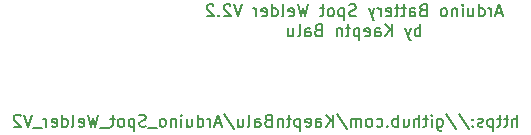
<source format=gbr>
G04 #@! TF.FileFunction,Legend,Bot*
%FSLAX46Y46*%
G04 Gerber Fmt 4.6, Leading zero omitted, Abs format (unit mm)*
G04 Created by KiCad (PCBNEW 4.0.4-stable) date 06/09/17 11:44:03*
%MOMM*%
%LPD*%
G01*
G04 APERTURE LIST*
%ADD10C,0.100000*%
%ADD11C,0.200000*%
G04 APERTURE END LIST*
D10*
D11*
X115785717Y-89452381D02*
X115785717Y-88452381D01*
X115357145Y-89452381D02*
X115357145Y-88928571D01*
X115404764Y-88833333D01*
X115500002Y-88785714D01*
X115642860Y-88785714D01*
X115738098Y-88833333D01*
X115785717Y-88880952D01*
X115023812Y-88785714D02*
X114642860Y-88785714D01*
X114880955Y-88452381D02*
X114880955Y-89309524D01*
X114833336Y-89404762D01*
X114738098Y-89452381D01*
X114642860Y-89452381D01*
X114452383Y-88785714D02*
X114071431Y-88785714D01*
X114309526Y-88452381D02*
X114309526Y-89309524D01*
X114261907Y-89404762D01*
X114166669Y-89452381D01*
X114071431Y-89452381D01*
X113738097Y-88785714D02*
X113738097Y-89785714D01*
X113738097Y-88833333D02*
X113642859Y-88785714D01*
X113452382Y-88785714D01*
X113357144Y-88833333D01*
X113309525Y-88880952D01*
X113261906Y-88976190D01*
X113261906Y-89261905D01*
X113309525Y-89357143D01*
X113357144Y-89404762D01*
X113452382Y-89452381D01*
X113642859Y-89452381D01*
X113738097Y-89404762D01*
X112880954Y-89404762D02*
X112785716Y-89452381D01*
X112595240Y-89452381D01*
X112500001Y-89404762D01*
X112452382Y-89309524D01*
X112452382Y-89261905D01*
X112500001Y-89166667D01*
X112595240Y-89119048D01*
X112738097Y-89119048D01*
X112833335Y-89071429D01*
X112880954Y-88976190D01*
X112880954Y-88928571D01*
X112833335Y-88833333D01*
X112738097Y-88785714D01*
X112595240Y-88785714D01*
X112500001Y-88833333D01*
X112023811Y-89357143D02*
X111976192Y-89404762D01*
X112023811Y-89452381D01*
X112071430Y-89404762D01*
X112023811Y-89357143D01*
X112023811Y-89452381D01*
X112023811Y-88833333D02*
X111976192Y-88880952D01*
X112023811Y-88928571D01*
X112071430Y-88880952D01*
X112023811Y-88833333D01*
X112023811Y-88928571D01*
X110833335Y-88404762D02*
X111690478Y-89690476D01*
X109785716Y-88404762D02*
X110642859Y-89690476D01*
X109023811Y-88785714D02*
X109023811Y-89595238D01*
X109071430Y-89690476D01*
X109119049Y-89738095D01*
X109214288Y-89785714D01*
X109357145Y-89785714D01*
X109452383Y-89738095D01*
X109023811Y-89404762D02*
X109119049Y-89452381D01*
X109309526Y-89452381D01*
X109404764Y-89404762D01*
X109452383Y-89357143D01*
X109500002Y-89261905D01*
X109500002Y-88976190D01*
X109452383Y-88880952D01*
X109404764Y-88833333D01*
X109309526Y-88785714D01*
X109119049Y-88785714D01*
X109023811Y-88833333D01*
X108547621Y-89452381D02*
X108547621Y-88785714D01*
X108547621Y-88452381D02*
X108595240Y-88500000D01*
X108547621Y-88547619D01*
X108500002Y-88500000D01*
X108547621Y-88452381D01*
X108547621Y-88547619D01*
X108214288Y-88785714D02*
X107833336Y-88785714D01*
X108071431Y-88452381D02*
X108071431Y-89309524D01*
X108023812Y-89404762D01*
X107928574Y-89452381D01*
X107833336Y-89452381D01*
X107500002Y-89452381D02*
X107500002Y-88452381D01*
X107071430Y-89452381D02*
X107071430Y-88928571D01*
X107119049Y-88833333D01*
X107214287Y-88785714D01*
X107357145Y-88785714D01*
X107452383Y-88833333D01*
X107500002Y-88880952D01*
X106166668Y-88785714D02*
X106166668Y-89452381D01*
X106595240Y-88785714D02*
X106595240Y-89309524D01*
X106547621Y-89404762D01*
X106452383Y-89452381D01*
X106309525Y-89452381D01*
X106214287Y-89404762D01*
X106166668Y-89357143D01*
X105690478Y-89452381D02*
X105690478Y-88452381D01*
X105690478Y-88833333D02*
X105595240Y-88785714D01*
X105404763Y-88785714D01*
X105309525Y-88833333D01*
X105261906Y-88880952D01*
X105214287Y-88976190D01*
X105214287Y-89261905D01*
X105261906Y-89357143D01*
X105309525Y-89404762D01*
X105404763Y-89452381D01*
X105595240Y-89452381D01*
X105690478Y-89404762D01*
X104785716Y-89357143D02*
X104738097Y-89404762D01*
X104785716Y-89452381D01*
X104833335Y-89404762D01*
X104785716Y-89357143D01*
X104785716Y-89452381D01*
X103880954Y-89404762D02*
X103976192Y-89452381D01*
X104166669Y-89452381D01*
X104261907Y-89404762D01*
X104309526Y-89357143D01*
X104357145Y-89261905D01*
X104357145Y-88976190D01*
X104309526Y-88880952D01*
X104261907Y-88833333D01*
X104166669Y-88785714D01*
X103976192Y-88785714D01*
X103880954Y-88833333D01*
X103309526Y-89452381D02*
X103404764Y-89404762D01*
X103452383Y-89357143D01*
X103500002Y-89261905D01*
X103500002Y-88976190D01*
X103452383Y-88880952D01*
X103404764Y-88833333D01*
X103309526Y-88785714D01*
X103166668Y-88785714D01*
X103071430Y-88833333D01*
X103023811Y-88880952D01*
X102976192Y-88976190D01*
X102976192Y-89261905D01*
X103023811Y-89357143D01*
X103071430Y-89404762D01*
X103166668Y-89452381D01*
X103309526Y-89452381D01*
X102547621Y-89452381D02*
X102547621Y-88785714D01*
X102547621Y-88880952D02*
X102500002Y-88833333D01*
X102404764Y-88785714D01*
X102261906Y-88785714D01*
X102166668Y-88833333D01*
X102119049Y-88928571D01*
X102119049Y-89452381D01*
X102119049Y-88928571D02*
X102071430Y-88833333D01*
X101976192Y-88785714D01*
X101833335Y-88785714D01*
X101738097Y-88833333D01*
X101690478Y-88928571D01*
X101690478Y-89452381D01*
X100500002Y-88404762D02*
X101357145Y-89690476D01*
X100166669Y-89452381D02*
X100166669Y-88452381D01*
X99595240Y-89452381D02*
X100023812Y-88880952D01*
X99595240Y-88452381D02*
X100166669Y-89023810D01*
X98738097Y-89452381D02*
X98738097Y-88928571D01*
X98785716Y-88833333D01*
X98880954Y-88785714D01*
X99071431Y-88785714D01*
X99166669Y-88833333D01*
X98738097Y-89404762D02*
X98833335Y-89452381D01*
X99071431Y-89452381D01*
X99166669Y-89404762D01*
X99214288Y-89309524D01*
X99214288Y-89214286D01*
X99166669Y-89119048D01*
X99071431Y-89071429D01*
X98833335Y-89071429D01*
X98738097Y-89023810D01*
X97880954Y-89404762D02*
X97976192Y-89452381D01*
X98166669Y-89452381D01*
X98261907Y-89404762D01*
X98309526Y-89309524D01*
X98309526Y-88928571D01*
X98261907Y-88833333D01*
X98166669Y-88785714D01*
X97976192Y-88785714D01*
X97880954Y-88833333D01*
X97833335Y-88928571D01*
X97833335Y-89023810D01*
X98309526Y-89119048D01*
X97404764Y-88785714D02*
X97404764Y-89785714D01*
X97404764Y-88833333D02*
X97309526Y-88785714D01*
X97119049Y-88785714D01*
X97023811Y-88833333D01*
X96976192Y-88880952D01*
X96928573Y-88976190D01*
X96928573Y-89261905D01*
X96976192Y-89357143D01*
X97023811Y-89404762D01*
X97119049Y-89452381D01*
X97309526Y-89452381D01*
X97404764Y-89404762D01*
X96642859Y-88785714D02*
X96261907Y-88785714D01*
X96500002Y-88452381D02*
X96500002Y-89309524D01*
X96452383Y-89404762D01*
X96357145Y-89452381D01*
X96261907Y-89452381D01*
X95928573Y-88785714D02*
X95928573Y-89452381D01*
X95928573Y-88880952D02*
X95880954Y-88833333D01*
X95785716Y-88785714D01*
X95642858Y-88785714D01*
X95547620Y-88833333D01*
X95500001Y-88928571D01*
X95500001Y-89452381D01*
X94690477Y-88928571D02*
X94547620Y-88976190D01*
X94500001Y-89023810D01*
X94452382Y-89119048D01*
X94452382Y-89261905D01*
X94500001Y-89357143D01*
X94547620Y-89404762D01*
X94642858Y-89452381D01*
X95023811Y-89452381D01*
X95023811Y-88452381D01*
X94690477Y-88452381D01*
X94595239Y-88500000D01*
X94547620Y-88547619D01*
X94500001Y-88642857D01*
X94500001Y-88738095D01*
X94547620Y-88833333D01*
X94595239Y-88880952D01*
X94690477Y-88928571D01*
X95023811Y-88928571D01*
X93595239Y-89452381D02*
X93595239Y-88928571D01*
X93642858Y-88833333D01*
X93738096Y-88785714D01*
X93928573Y-88785714D01*
X94023811Y-88833333D01*
X93595239Y-89404762D02*
X93690477Y-89452381D01*
X93928573Y-89452381D01*
X94023811Y-89404762D01*
X94071430Y-89309524D01*
X94071430Y-89214286D01*
X94023811Y-89119048D01*
X93928573Y-89071429D01*
X93690477Y-89071429D01*
X93595239Y-89023810D01*
X92976192Y-89452381D02*
X93071430Y-89404762D01*
X93119049Y-89309524D01*
X93119049Y-88452381D01*
X92166667Y-88785714D02*
X92166667Y-89452381D01*
X92595239Y-88785714D02*
X92595239Y-89309524D01*
X92547620Y-89404762D01*
X92452382Y-89452381D01*
X92309524Y-89452381D01*
X92214286Y-89404762D01*
X92166667Y-89357143D01*
X90976191Y-88404762D02*
X91833334Y-89690476D01*
X90690477Y-89166667D02*
X90214286Y-89166667D01*
X90785715Y-89452381D02*
X90452382Y-88452381D01*
X90119048Y-89452381D01*
X89785715Y-89452381D02*
X89785715Y-88785714D01*
X89785715Y-88976190D02*
X89738096Y-88880952D01*
X89690477Y-88833333D01*
X89595239Y-88785714D01*
X89500000Y-88785714D01*
X88738095Y-89452381D02*
X88738095Y-88452381D01*
X88738095Y-89404762D02*
X88833333Y-89452381D01*
X89023810Y-89452381D01*
X89119048Y-89404762D01*
X89166667Y-89357143D01*
X89214286Y-89261905D01*
X89214286Y-88976190D01*
X89166667Y-88880952D01*
X89119048Y-88833333D01*
X89023810Y-88785714D01*
X88833333Y-88785714D01*
X88738095Y-88833333D01*
X87833333Y-88785714D02*
X87833333Y-89452381D01*
X88261905Y-88785714D02*
X88261905Y-89309524D01*
X88214286Y-89404762D01*
X88119048Y-89452381D01*
X87976190Y-89452381D01*
X87880952Y-89404762D01*
X87833333Y-89357143D01*
X87357143Y-89452381D02*
X87357143Y-88785714D01*
X87357143Y-88452381D02*
X87404762Y-88500000D01*
X87357143Y-88547619D01*
X87309524Y-88500000D01*
X87357143Y-88452381D01*
X87357143Y-88547619D01*
X86880953Y-88785714D02*
X86880953Y-89452381D01*
X86880953Y-88880952D02*
X86833334Y-88833333D01*
X86738096Y-88785714D01*
X86595238Y-88785714D01*
X86500000Y-88833333D01*
X86452381Y-88928571D01*
X86452381Y-89452381D01*
X85833334Y-89452381D02*
X85928572Y-89404762D01*
X85976191Y-89357143D01*
X86023810Y-89261905D01*
X86023810Y-88976190D01*
X85976191Y-88880952D01*
X85928572Y-88833333D01*
X85833334Y-88785714D01*
X85690476Y-88785714D01*
X85595238Y-88833333D01*
X85547619Y-88880952D01*
X85500000Y-88976190D01*
X85500000Y-89261905D01*
X85547619Y-89357143D01*
X85595238Y-89404762D01*
X85690476Y-89452381D01*
X85833334Y-89452381D01*
X85309524Y-89547619D02*
X84547619Y-89547619D01*
X84357143Y-89404762D02*
X84214286Y-89452381D01*
X83976190Y-89452381D01*
X83880952Y-89404762D01*
X83833333Y-89357143D01*
X83785714Y-89261905D01*
X83785714Y-89166667D01*
X83833333Y-89071429D01*
X83880952Y-89023810D01*
X83976190Y-88976190D01*
X84166667Y-88928571D01*
X84261905Y-88880952D01*
X84309524Y-88833333D01*
X84357143Y-88738095D01*
X84357143Y-88642857D01*
X84309524Y-88547619D01*
X84261905Y-88500000D01*
X84166667Y-88452381D01*
X83928571Y-88452381D01*
X83785714Y-88500000D01*
X83357143Y-88785714D02*
X83357143Y-89785714D01*
X83357143Y-88833333D02*
X83261905Y-88785714D01*
X83071428Y-88785714D01*
X82976190Y-88833333D01*
X82928571Y-88880952D01*
X82880952Y-88976190D01*
X82880952Y-89261905D01*
X82928571Y-89357143D01*
X82976190Y-89404762D01*
X83071428Y-89452381D01*
X83261905Y-89452381D01*
X83357143Y-89404762D01*
X82309524Y-89452381D02*
X82404762Y-89404762D01*
X82452381Y-89357143D01*
X82500000Y-89261905D01*
X82500000Y-88976190D01*
X82452381Y-88880952D01*
X82404762Y-88833333D01*
X82309524Y-88785714D01*
X82166666Y-88785714D01*
X82071428Y-88833333D01*
X82023809Y-88880952D01*
X81976190Y-88976190D01*
X81976190Y-89261905D01*
X82023809Y-89357143D01*
X82071428Y-89404762D01*
X82166666Y-89452381D01*
X82309524Y-89452381D01*
X81690476Y-88785714D02*
X81309524Y-88785714D01*
X81547619Y-88452381D02*
X81547619Y-89309524D01*
X81500000Y-89404762D01*
X81404762Y-89452381D01*
X81309524Y-89452381D01*
X81214285Y-89547619D02*
X80452380Y-89547619D01*
X80309523Y-88452381D02*
X80071428Y-89452381D01*
X79880951Y-88738095D01*
X79690475Y-89452381D01*
X79452380Y-88452381D01*
X78690475Y-89404762D02*
X78785713Y-89452381D01*
X78976190Y-89452381D01*
X79071428Y-89404762D01*
X79119047Y-89309524D01*
X79119047Y-88928571D01*
X79071428Y-88833333D01*
X78976190Y-88785714D01*
X78785713Y-88785714D01*
X78690475Y-88833333D01*
X78642856Y-88928571D01*
X78642856Y-89023810D01*
X79119047Y-89119048D01*
X78071428Y-89452381D02*
X78166666Y-89404762D01*
X78214285Y-89309524D01*
X78214285Y-88452381D01*
X77261903Y-89452381D02*
X77261903Y-88452381D01*
X77261903Y-89404762D02*
X77357141Y-89452381D01*
X77547618Y-89452381D01*
X77642856Y-89404762D01*
X77690475Y-89357143D01*
X77738094Y-89261905D01*
X77738094Y-88976190D01*
X77690475Y-88880952D01*
X77642856Y-88833333D01*
X77547618Y-88785714D01*
X77357141Y-88785714D01*
X77261903Y-88833333D01*
X76404760Y-89404762D02*
X76499998Y-89452381D01*
X76690475Y-89452381D01*
X76785713Y-89404762D01*
X76833332Y-89309524D01*
X76833332Y-88928571D01*
X76785713Y-88833333D01*
X76690475Y-88785714D01*
X76499998Y-88785714D01*
X76404760Y-88833333D01*
X76357141Y-88928571D01*
X76357141Y-89023810D01*
X76833332Y-89119048D01*
X75928570Y-89452381D02*
X75928570Y-88785714D01*
X75928570Y-88976190D02*
X75880951Y-88880952D01*
X75833332Y-88833333D01*
X75738094Y-88785714D01*
X75642855Y-88785714D01*
X75547617Y-89547619D02*
X74785712Y-89547619D01*
X74690474Y-88452381D02*
X74357141Y-89452381D01*
X74023807Y-88452381D01*
X73738093Y-88547619D02*
X73690474Y-88500000D01*
X73595236Y-88452381D01*
X73357140Y-88452381D01*
X73261902Y-88500000D01*
X73214283Y-88547619D01*
X73166664Y-88642857D01*
X73166664Y-88738095D01*
X73214283Y-88880952D01*
X73785712Y-89452381D01*
X73166664Y-89452381D01*
X114500002Y-79816667D02*
X114023811Y-79816667D01*
X114595240Y-80102381D02*
X114261907Y-79102381D01*
X113928573Y-80102381D01*
X113595240Y-80102381D02*
X113595240Y-79435714D01*
X113595240Y-79626190D02*
X113547621Y-79530952D01*
X113500002Y-79483333D01*
X113404764Y-79435714D01*
X113309525Y-79435714D01*
X112547620Y-80102381D02*
X112547620Y-79102381D01*
X112547620Y-80054762D02*
X112642858Y-80102381D01*
X112833335Y-80102381D01*
X112928573Y-80054762D01*
X112976192Y-80007143D01*
X113023811Y-79911905D01*
X113023811Y-79626190D01*
X112976192Y-79530952D01*
X112928573Y-79483333D01*
X112833335Y-79435714D01*
X112642858Y-79435714D01*
X112547620Y-79483333D01*
X111642858Y-79435714D02*
X111642858Y-80102381D01*
X112071430Y-79435714D02*
X112071430Y-79959524D01*
X112023811Y-80054762D01*
X111928573Y-80102381D01*
X111785715Y-80102381D01*
X111690477Y-80054762D01*
X111642858Y-80007143D01*
X111166668Y-80102381D02*
X111166668Y-79435714D01*
X111166668Y-79102381D02*
X111214287Y-79150000D01*
X111166668Y-79197619D01*
X111119049Y-79150000D01*
X111166668Y-79102381D01*
X111166668Y-79197619D01*
X110690478Y-79435714D02*
X110690478Y-80102381D01*
X110690478Y-79530952D02*
X110642859Y-79483333D01*
X110547621Y-79435714D01*
X110404763Y-79435714D01*
X110309525Y-79483333D01*
X110261906Y-79578571D01*
X110261906Y-80102381D01*
X109642859Y-80102381D02*
X109738097Y-80054762D01*
X109785716Y-80007143D01*
X109833335Y-79911905D01*
X109833335Y-79626190D01*
X109785716Y-79530952D01*
X109738097Y-79483333D01*
X109642859Y-79435714D01*
X109500001Y-79435714D01*
X109404763Y-79483333D01*
X109357144Y-79530952D01*
X109309525Y-79626190D01*
X109309525Y-79911905D01*
X109357144Y-80007143D01*
X109404763Y-80054762D01*
X109500001Y-80102381D01*
X109642859Y-80102381D01*
X107785715Y-79578571D02*
X107642858Y-79626190D01*
X107595239Y-79673810D01*
X107547620Y-79769048D01*
X107547620Y-79911905D01*
X107595239Y-80007143D01*
X107642858Y-80054762D01*
X107738096Y-80102381D01*
X108119049Y-80102381D01*
X108119049Y-79102381D01*
X107785715Y-79102381D01*
X107690477Y-79150000D01*
X107642858Y-79197619D01*
X107595239Y-79292857D01*
X107595239Y-79388095D01*
X107642858Y-79483333D01*
X107690477Y-79530952D01*
X107785715Y-79578571D01*
X108119049Y-79578571D01*
X106690477Y-80102381D02*
X106690477Y-79578571D01*
X106738096Y-79483333D01*
X106833334Y-79435714D01*
X107023811Y-79435714D01*
X107119049Y-79483333D01*
X106690477Y-80054762D02*
X106785715Y-80102381D01*
X107023811Y-80102381D01*
X107119049Y-80054762D01*
X107166668Y-79959524D01*
X107166668Y-79864286D01*
X107119049Y-79769048D01*
X107023811Y-79721429D01*
X106785715Y-79721429D01*
X106690477Y-79673810D01*
X106357144Y-79435714D02*
X105976192Y-79435714D01*
X106214287Y-79102381D02*
X106214287Y-79959524D01*
X106166668Y-80054762D01*
X106071430Y-80102381D01*
X105976192Y-80102381D01*
X105785715Y-79435714D02*
X105404763Y-79435714D01*
X105642858Y-79102381D02*
X105642858Y-79959524D01*
X105595239Y-80054762D01*
X105500001Y-80102381D01*
X105404763Y-80102381D01*
X104690476Y-80054762D02*
X104785714Y-80102381D01*
X104976191Y-80102381D01*
X105071429Y-80054762D01*
X105119048Y-79959524D01*
X105119048Y-79578571D01*
X105071429Y-79483333D01*
X104976191Y-79435714D01*
X104785714Y-79435714D01*
X104690476Y-79483333D01*
X104642857Y-79578571D01*
X104642857Y-79673810D01*
X105119048Y-79769048D01*
X104214286Y-80102381D02*
X104214286Y-79435714D01*
X104214286Y-79626190D02*
X104166667Y-79530952D01*
X104119048Y-79483333D01*
X104023810Y-79435714D01*
X103928571Y-79435714D01*
X103690476Y-79435714D02*
X103452381Y-80102381D01*
X103214285Y-79435714D02*
X103452381Y-80102381D01*
X103547619Y-80340476D01*
X103595238Y-80388095D01*
X103690476Y-80435714D01*
X102119047Y-80054762D02*
X101976190Y-80102381D01*
X101738094Y-80102381D01*
X101642856Y-80054762D01*
X101595237Y-80007143D01*
X101547618Y-79911905D01*
X101547618Y-79816667D01*
X101595237Y-79721429D01*
X101642856Y-79673810D01*
X101738094Y-79626190D01*
X101928571Y-79578571D01*
X102023809Y-79530952D01*
X102071428Y-79483333D01*
X102119047Y-79388095D01*
X102119047Y-79292857D01*
X102071428Y-79197619D01*
X102023809Y-79150000D01*
X101928571Y-79102381D01*
X101690475Y-79102381D01*
X101547618Y-79150000D01*
X101119047Y-79435714D02*
X101119047Y-80435714D01*
X101119047Y-79483333D02*
X101023809Y-79435714D01*
X100833332Y-79435714D01*
X100738094Y-79483333D01*
X100690475Y-79530952D01*
X100642856Y-79626190D01*
X100642856Y-79911905D01*
X100690475Y-80007143D01*
X100738094Y-80054762D01*
X100833332Y-80102381D01*
X101023809Y-80102381D01*
X101119047Y-80054762D01*
X100071428Y-80102381D02*
X100166666Y-80054762D01*
X100214285Y-80007143D01*
X100261904Y-79911905D01*
X100261904Y-79626190D01*
X100214285Y-79530952D01*
X100166666Y-79483333D01*
X100071428Y-79435714D01*
X99928570Y-79435714D01*
X99833332Y-79483333D01*
X99785713Y-79530952D01*
X99738094Y-79626190D01*
X99738094Y-79911905D01*
X99785713Y-80007143D01*
X99833332Y-80054762D01*
X99928570Y-80102381D01*
X100071428Y-80102381D01*
X99452380Y-79435714D02*
X99071428Y-79435714D01*
X99309523Y-79102381D02*
X99309523Y-79959524D01*
X99261904Y-80054762D01*
X99166666Y-80102381D01*
X99071428Y-80102381D01*
X98071427Y-79102381D02*
X97833332Y-80102381D01*
X97642855Y-79388095D01*
X97452379Y-80102381D01*
X97214284Y-79102381D01*
X96452379Y-80054762D02*
X96547617Y-80102381D01*
X96738094Y-80102381D01*
X96833332Y-80054762D01*
X96880951Y-79959524D01*
X96880951Y-79578571D01*
X96833332Y-79483333D01*
X96738094Y-79435714D01*
X96547617Y-79435714D01*
X96452379Y-79483333D01*
X96404760Y-79578571D01*
X96404760Y-79673810D01*
X96880951Y-79769048D01*
X95833332Y-80102381D02*
X95928570Y-80054762D01*
X95976189Y-79959524D01*
X95976189Y-79102381D01*
X95023807Y-80102381D02*
X95023807Y-79102381D01*
X95023807Y-80054762D02*
X95119045Y-80102381D01*
X95309522Y-80102381D01*
X95404760Y-80054762D01*
X95452379Y-80007143D01*
X95499998Y-79911905D01*
X95499998Y-79626190D01*
X95452379Y-79530952D01*
X95404760Y-79483333D01*
X95309522Y-79435714D01*
X95119045Y-79435714D01*
X95023807Y-79483333D01*
X94166664Y-80054762D02*
X94261902Y-80102381D01*
X94452379Y-80102381D01*
X94547617Y-80054762D01*
X94595236Y-79959524D01*
X94595236Y-79578571D01*
X94547617Y-79483333D01*
X94452379Y-79435714D01*
X94261902Y-79435714D01*
X94166664Y-79483333D01*
X94119045Y-79578571D01*
X94119045Y-79673810D01*
X94595236Y-79769048D01*
X93690474Y-80102381D02*
X93690474Y-79435714D01*
X93690474Y-79626190D02*
X93642855Y-79530952D01*
X93595236Y-79483333D01*
X93499998Y-79435714D01*
X93404759Y-79435714D01*
X92452378Y-79102381D02*
X92119045Y-80102381D01*
X91785711Y-79102381D01*
X91499997Y-79197619D02*
X91452378Y-79150000D01*
X91357140Y-79102381D01*
X91119044Y-79102381D01*
X91023806Y-79150000D01*
X90976187Y-79197619D01*
X90928568Y-79292857D01*
X90928568Y-79388095D01*
X90976187Y-79530952D01*
X91547616Y-80102381D01*
X90928568Y-80102381D01*
X90499997Y-80007143D02*
X90452378Y-80054762D01*
X90499997Y-80102381D01*
X90547616Y-80054762D01*
X90499997Y-80007143D01*
X90499997Y-80102381D01*
X90071426Y-79197619D02*
X90023807Y-79150000D01*
X89928569Y-79102381D01*
X89690473Y-79102381D01*
X89595235Y-79150000D01*
X89547616Y-79197619D01*
X89499997Y-79292857D01*
X89499997Y-79388095D01*
X89547616Y-79530952D01*
X90119045Y-80102381D01*
X89499997Y-80102381D01*
X107595239Y-81802381D02*
X107595239Y-80802381D01*
X107595239Y-81183333D02*
X107500001Y-81135714D01*
X107309524Y-81135714D01*
X107214286Y-81183333D01*
X107166667Y-81230952D01*
X107119048Y-81326190D01*
X107119048Y-81611905D01*
X107166667Y-81707143D01*
X107214286Y-81754762D01*
X107309524Y-81802381D01*
X107500001Y-81802381D01*
X107595239Y-81754762D01*
X106785715Y-81135714D02*
X106547620Y-81802381D01*
X106309524Y-81135714D02*
X106547620Y-81802381D01*
X106642858Y-82040476D01*
X106690477Y-82088095D01*
X106785715Y-82135714D01*
X105166667Y-81802381D02*
X105166667Y-80802381D01*
X104595238Y-81802381D02*
X105023810Y-81230952D01*
X104595238Y-80802381D02*
X105166667Y-81373810D01*
X103738095Y-81802381D02*
X103738095Y-81278571D01*
X103785714Y-81183333D01*
X103880952Y-81135714D01*
X104071429Y-81135714D01*
X104166667Y-81183333D01*
X103738095Y-81754762D02*
X103833333Y-81802381D01*
X104071429Y-81802381D01*
X104166667Y-81754762D01*
X104214286Y-81659524D01*
X104214286Y-81564286D01*
X104166667Y-81469048D01*
X104071429Y-81421429D01*
X103833333Y-81421429D01*
X103738095Y-81373810D01*
X102880952Y-81754762D02*
X102976190Y-81802381D01*
X103166667Y-81802381D01*
X103261905Y-81754762D01*
X103309524Y-81659524D01*
X103309524Y-81278571D01*
X103261905Y-81183333D01*
X103166667Y-81135714D01*
X102976190Y-81135714D01*
X102880952Y-81183333D01*
X102833333Y-81278571D01*
X102833333Y-81373810D01*
X103309524Y-81469048D01*
X102404762Y-81135714D02*
X102404762Y-82135714D01*
X102404762Y-81183333D02*
X102309524Y-81135714D01*
X102119047Y-81135714D01*
X102023809Y-81183333D01*
X101976190Y-81230952D01*
X101928571Y-81326190D01*
X101928571Y-81611905D01*
X101976190Y-81707143D01*
X102023809Y-81754762D01*
X102119047Y-81802381D01*
X102309524Y-81802381D01*
X102404762Y-81754762D01*
X101642857Y-81135714D02*
X101261905Y-81135714D01*
X101500000Y-80802381D02*
X101500000Y-81659524D01*
X101452381Y-81754762D01*
X101357143Y-81802381D01*
X101261905Y-81802381D01*
X100928571Y-81135714D02*
X100928571Y-81802381D01*
X100928571Y-81230952D02*
X100880952Y-81183333D01*
X100785714Y-81135714D01*
X100642856Y-81135714D01*
X100547618Y-81183333D01*
X100499999Y-81278571D01*
X100499999Y-81802381D01*
X98928570Y-81278571D02*
X98785713Y-81326190D01*
X98738094Y-81373810D01*
X98690475Y-81469048D01*
X98690475Y-81611905D01*
X98738094Y-81707143D01*
X98785713Y-81754762D01*
X98880951Y-81802381D01*
X99261904Y-81802381D01*
X99261904Y-80802381D01*
X98928570Y-80802381D01*
X98833332Y-80850000D01*
X98785713Y-80897619D01*
X98738094Y-80992857D01*
X98738094Y-81088095D01*
X98785713Y-81183333D01*
X98833332Y-81230952D01*
X98928570Y-81278571D01*
X99261904Y-81278571D01*
X97833332Y-81802381D02*
X97833332Y-81278571D01*
X97880951Y-81183333D01*
X97976189Y-81135714D01*
X98166666Y-81135714D01*
X98261904Y-81183333D01*
X97833332Y-81754762D02*
X97928570Y-81802381D01*
X98166666Y-81802381D01*
X98261904Y-81754762D01*
X98309523Y-81659524D01*
X98309523Y-81564286D01*
X98261904Y-81469048D01*
X98166666Y-81421429D01*
X97928570Y-81421429D01*
X97833332Y-81373810D01*
X97214285Y-81802381D02*
X97309523Y-81754762D01*
X97357142Y-81659524D01*
X97357142Y-80802381D01*
X96404760Y-81135714D02*
X96404760Y-81802381D01*
X96833332Y-81135714D02*
X96833332Y-81659524D01*
X96785713Y-81754762D01*
X96690475Y-81802381D01*
X96547617Y-81802381D01*
X96452379Y-81754762D01*
X96404760Y-81707143D01*
M02*

</source>
